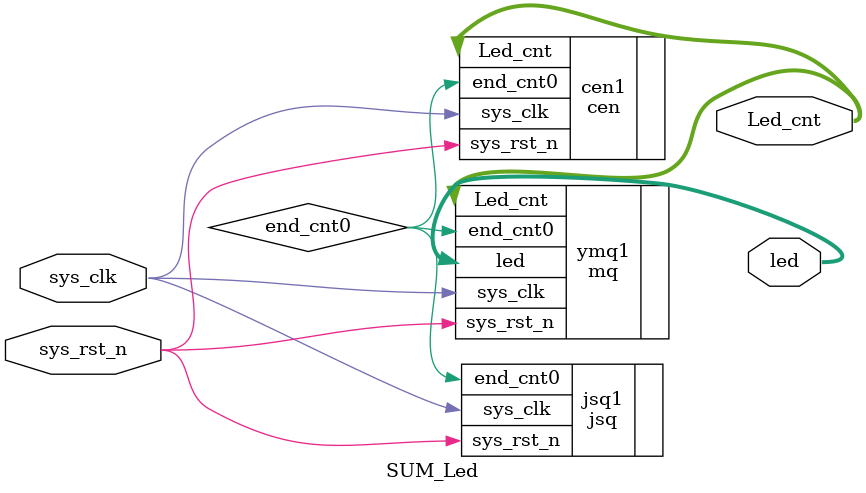
<source format=v>
/*****************************************************
	动态数码管 
	2023/11/21    1s切换一位
*****************************************************/
module  SUM_Led
#(
//****************************************************//

//定义晶振频率50M
    parameter CNT_MAX = 26'd50_000_000 
	 
//****************************************************//
)
(
    input   wire            sys_clk     ,   //输入工作时钟,频率50MHz
    input   wire            sys_rst_n   ,   //输入复位信号,低电平有效

	 output  wire    [7:0]    Led_cnt		,
    output  wire    [6:0]    led          //输出行同步信号

);


wire end_cnt0 ;

//********************************************************************//
//***************************** Main Code ****************************//
//********************************************************************//
//计数器
  jsq jsq1
(
   .sys_clk  (sys_clk)   ,   //输入工作时钟,频率50MHz
   .sys_rst_n(sys_rst_n)   ,   //输入复位信号,低电平有效
	
   .end_cnt0 (end_cnt0)         //输出行同步信号

);

//********************************************************************//
//***************************** Main Code ****************************//
//********************************************************************//
//片选信号
  cen cen1
(
    .sys_clk    (sys_clk) ,   //输入工作时钟,频率50MHz
    .sys_rst_n  (sys_rst_n) ,   //输入复位信号,低电平有效
    .end_cnt0   (end_cnt0) ,
					
	.Led_cnt	(Led_cnt)	

);

//********************************************************************//
//***************************** Main Code ****************************//
//********************************************************************//
//译码器模块
mq ymq1
(
	.sys_clk    (sys_clk),
	.sys_rst_n  (sys_rst_n),
	.Led_cnt	(Led_cnt),
	.end_cnt0(end_cnt0),
   .led		(led)       

);

endmodule

</source>
